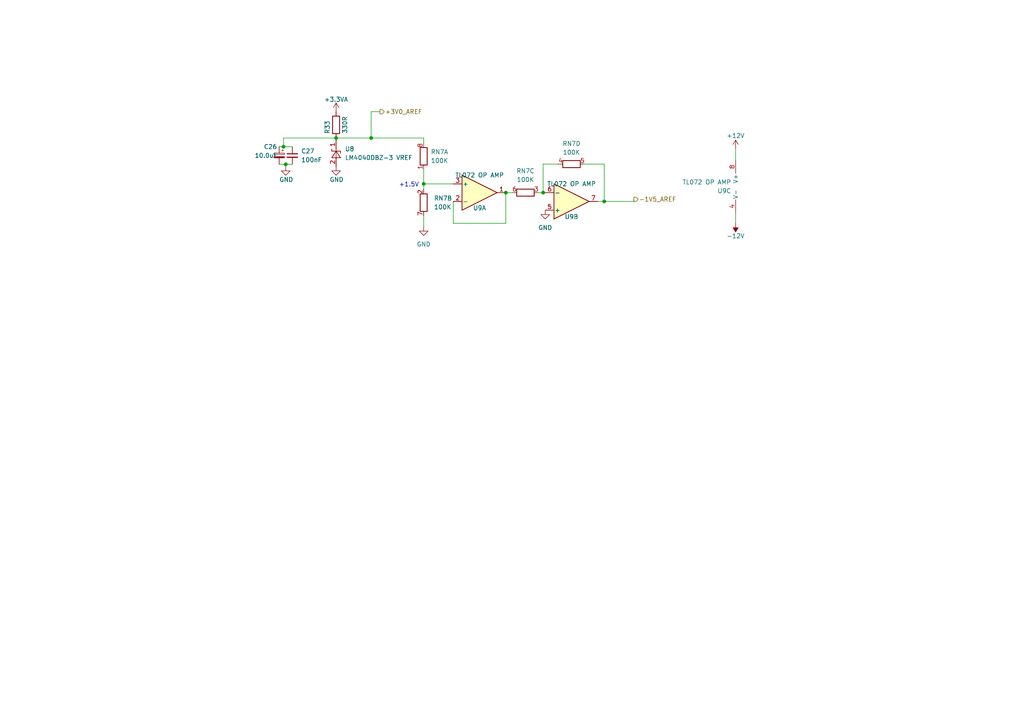
<source format=kicad_sch>
(kicad_sch (version 20211123) (generator eeschema)
  (paper "A4")
  (lib_symbols
    (symbol "Amplifier_Operational:TL072" (pin_names (offset 0.127))
      (property "Reference" "U" (at 0 5.08 0))
      (property "Value" "TL072" (at 0 -5.08 0))
      (symbol "TL072_1_1"
        (polyline (pts (xy -5.08 5.08) (xy 5.08 0) (xy -5.08 -5.08) (xy -5.08 5.08)) (stroke (width 0.254)) (fill (type background)))
        (pin output line (at 7.62 0 180) (length 2.54) (name "~") (number "1"))
        (pin input line (at -7.62 -2.54 0) (length 2.54) (name "-") (number "2"))
        (pin input line (at -7.62 2.54 0) (length 2.54) (name "+") (number "3"))
      )
      (symbol "TL072_2_1"
        (polyline (pts (xy -5.08 5.08) (xy 5.08 0) (xy -5.08 -5.08) (xy -5.08 5.08)) (stroke (width 0.254)) (fill (type background)))
        (pin input line (at -7.62 2.54 0) (length 2.54) (name "+") (number "5"))
        (pin input line (at -7.62 -2.54 0) (length 2.54) (name "-") (number "6"))
        (pin output line (at 7.62 0 180) (length 2.54) (name "~") (number "7"))
      )
      (symbol "TL072_3_1"
        (pin power_in line (at -2.54 -7.62 90) (length 3.81) (name "V-") (number "4"))
        (pin power_in line (at -2.54 7.62 270) (length 3.81) (name "V+") (number "8"))
      )
    )
    (symbol "Device:C_Polarized_Small" (pin_numbers hide) (pin_names (offset 0.254) hide)
      (property "Reference" "C" (at 0.254 1.778 0))
      (property "Value" "C_Polarized_Small" (at 0.254 -2.032 0))
      (symbol "C_Polarized_Small_0_1"
        (rectangle (start -1.524 -0.3048) (end 1.524 -0.6858) (fill (type outline)))
        (rectangle (start -1.524 0.6858) (end 1.524 0.3048))
        (polyline (pts (xy -1.27 1.524) (xy -0.762 1.524)))
        (polyline (pts (xy -1.016 1.27) (xy -1.016 1.778)))
      )
      (symbol "C_Polarized_Small_1_1"
        (pin passive line (at 0 2.54 270) (length 1.8542) (name "~") (number "1"))
        (pin passive line (at 0 -2.54 90) (length 1.8542) (name "~") (number "2"))
      )
    )
    (symbol "Device:C_Small" (pin_numbers hide) (pin_names (offset 0.254) hide)
      (property "Reference" "C" (at 0.254 1.778 0))
      (property "Value" "C_Small" (at 0.254 -2.032 0))
      (symbol "C_Small_0_1"
        (polyline (pts (xy -1.524 -0.508) (xy 1.524 -0.508)) (stroke (width 0.3302)))
        (polyline (pts (xy -1.524 0.508) (xy 1.524 0.508)) (stroke (width 0.3048)))
      )
      (symbol "C_Small_1_1"
        (pin passive line (at 0 2.54 270) (length 2.032) (name "~") (number "1"))
        (pin passive line (at 0 -2.54 90) (length 2.032) (name "~") (number "2"))
      )
    )
    (symbol "Device:R" (pin_numbers hide) (pin_names (offset 0))
      (property "Reference" "R" (at 2.032 0 90))
      (property "Value" "R" (at 0 0 90))
      (symbol "R_0_1"
        (rectangle (start -1.016 -2.54) (end 1.016 2.54) (stroke (width 0.254)))
      )
      (symbol "R_1_1"
        (pin passive line (at 0 3.81 270) (length 1.27) (name "~") (number "1"))
        (pin passive line (at 0 -3.81 90) (length 1.27) (name "~") (number "2"))
      )
    )
    (symbol "Device:R_Pack04_Split" (pin_names (offset 0) hide)
      (property "Reference" "RN" (at 2.032 0 90))
      (property "Value" "R_Pack04_Split" (at 0 0 90))
      (symbol "R_Pack04_Split_0_1"
        (rectangle (start 1.016 2.54) (end -1.016 -2.54) (stroke (width 0.254)))
      )
      (symbol "R_Pack04_Split_1_1"
        (pin passive line (at 0 -3.81 90) (length 1.27) (name "R1.1") (number "1"))
        (pin passive line (at 0 3.81 270) (length 1.27) (name "R1.2") (number "8"))
      )
      (symbol "R_Pack04_Split_2_1"
        (pin passive line (at 0 -3.81 90) (length 1.27) (name "R2.1") (number "2"))
        (pin passive line (at 0 3.81 270) (length 1.27) (name "R2.2") (number "7"))
      )
      (symbol "R_Pack04_Split_3_1"
        (pin passive line (at 0 -3.81 90) (length 1.27) (name "R3.1") (number "3"))
        (pin passive line (at 0 3.81 270) (length 1.27) (name "R3.2") (number "6"))
      )
      (symbol "R_Pack04_Split_4_1"
        (pin passive line (at 0 -3.81 90) (length 1.27) (name "R4.1") (number "4"))
        (pin passive line (at 0 3.81 270) (length 1.27) (name "R4.2") (number "5"))
      )
    )
    (symbol "Reference_Voltage:LM4040DBZ-3" (pin_names (offset 0.0254) hide)
      (property "Reference" "U" (at 0 2.54 0))
      (property "Value" "LM4040DBZ-3" (at 0 -3.175 0))
      (symbol "LM4040DBZ-3_0_1"
        (polyline (pts (xy -1.27 0) (xy 0 0) (xy 1.27 0)))
        (polyline (pts (xy -1.27 -1.27) (xy 0.635 0) (xy -1.27 1.27) (xy -1.27 -1.27)) (stroke (width 0.2032)))
        (polyline (pts (xy 0 -1.27) (xy 0.635 -1.27) (xy 0.635 1.27) (xy 1.27 1.27)) (stroke (width 0.2032)))
      )
      (symbol "LM4040DBZ-3_1_1"
        (pin passive line (at 3.81 0 180) (length 2.54) (name "K") (number "1"))
        (pin passive line (at -3.81 0 0) (length 2.54) (name "A") (number "2"))
      )
    )
    (symbol "power:+12V" (power) (pin_names (offset 0))
      (property "Value" "+12V" (at 0 3.556 0))
      (symbol "+12V_0_1"
        (polyline (pts (xy -0.762 1.27) (xy 0 2.54)))
        (polyline (pts (xy 0 0) (xy 0 2.54)))
        (polyline (pts (xy 0 2.54) (xy 0.762 1.27)))
      )
      (symbol "+12V_1_1"
        (pin power_in line (at 0 0 90) (length 0) hide (name "+12V") (number "1"))
      )
    )
    (symbol "power:+3.3VA" (power) (pin_names (offset 0))
      (property "Value" "+3.3VA" (at 0 3.556 0))
      (symbol "+3.3VA_0_1"
        (polyline (pts (xy -0.762 1.27) (xy 0 2.54)))
        (polyline (pts (xy 0 0) (xy 0 2.54)))
        (polyline (pts (xy 0 2.54) (xy 0.762 1.27)))
      )
      (symbol "+3.3VA_1_1"
        (pin power_in line (at 0 0 90) (length 0) hide (name "+3.3VA") (number "1"))
      )
    )
    (symbol "power:-12V" (power) (pin_names (offset 0))
      (property "Value" "-12V" (at 0 3.81 0))
      (symbol "-12V_0_0"
        (pin power_in line (at 0 0 90) (length 0) hide (name "-12V") (number "1"))
      )
      (symbol "-12V_0_1"
        (polyline (pts (xy 0 0) (xy 0 1.27) (xy 0.762 1.27) (xy 0 2.54) (xy -0.762 1.27) (xy 0 1.27)) (fill (type outline)))
      )
    )
    (symbol "power:GND" (power) (pin_names (offset 0))
      (property "Value" "GND" (at 0 -3.81 0))
      (symbol "GND_0_1"
        (polyline (pts (xy 0 0) (xy 0 -1.27) (xy 1.27 -1.27) (xy 0 -2.54) (xy -1.27 -1.27) (xy 0 -1.27)))
      )
      (symbol "GND_1_1"
        (pin power_in line (at 0 0 270) (length 0) hide (name "GND") (number "1"))
      )
    )
  )
  (junction (at 146.7104 55.88))
  (junction (at 107.6452 40.0304))
  (junction (at 175.26 58.42))
  (junction (at 82.8802 47.6504))
  (junction (at 157.5308 55.88))
  (junction (at 122.8852 53.34))
  (junction (at 82.2452 42.5704))
  (junction (at 97.4852 40.0304))
  (wire (pts (xy 122.8852 49.149) (xy 122.8852 53.34)))
  (wire (pts (xy 107.6452 40.0304) (xy 122.8852 40.0304)))
  (wire (pts (xy 175.26 58.42) (xy 183.8452 58.42)))
  (wire (pts (xy 146.7104 64.77) (xy 146.7104 55.88)))
  (wire (pts (xy 110.1852 32.4104) (xy 107.6452 32.4104)))
  (wire (pts (xy 82.2452 40.0304) (xy 97.4852 40.0304)))
  (wire (pts (xy 80.9752 42.5704) (xy 82.2452 42.5704)))
  (wire (pts (xy 146.7104 55.88) (xy 148.59 55.88)))
  (wire (pts (xy 213.36 43.18) (xy 213.36 46.482)))
  (wire (pts (xy 82.2452 42.5704) (xy 84.7852 42.5704)))
  (wire (pts (xy 82.2452 42.5704) (xy 82.2452 40.0304)))
  (wire (pts (xy 131.4704 64.77) (xy 146.7104 64.77)))
  (wire (pts (xy 213.36 61.722) (xy 213.36 64.77)))
  (wire (pts (xy 80.9752 47.6504) (xy 82.8802 47.6504)))
  (wire (pts (xy 122.8852 53.34) (xy 131.4704 53.34)))
  (wire (pts (xy 122.8852 40.0304) (xy 122.8852 41.529)))
  (wire (pts (xy 183.8452 57.8104) (xy 183.8452 58.42)))
  (wire (pts (xy 175.26 47.5996) (xy 175.26 58.42)))
  (wire (pts (xy 97.4852 40.0304) (xy 97.4852 40.6654)))
  (wire (pts (xy 173.3804 58.42) (xy 175.26 58.42)))
  (wire (pts (xy 97.4852 40.0304) (xy 107.6452 40.0304)))
  (wire (pts (xy 131.4704 58.42) (xy 131.4704 64.77)))
  (wire (pts (xy 107.6452 32.4104) (xy 107.6452 40.0304)))
  (wire (pts (xy 169.5704 47.5996) (xy 175.26 47.5996)))
  (wire (pts (xy 157.5308 55.88) (xy 158.1404 55.88)))
  (wire (pts (xy 82.8802 47.6504) (xy 84.7852 47.6504)))
  (wire (pts (xy 157.5308 47.5996) (xy 161.9504 47.5996)))
  (wire (pts (xy 156.21 55.88) (xy 157.5308 55.88)))
  (wire (pts (xy 122.8852 62.5856) (xy 122.8852 65.7606)))
  (wire (pts (xy 122.8852 53.34) (xy 122.8852 54.9656)))
  (wire (pts (xy 157.5308 47.5996) (xy 157.5308 55.88)))
  (wire (pts (xy 82.8802 47.6504) (xy 82.8802 48.2854)))
  (text "+1.5V" (at 115.6716 54.4068 0) (effects (font (size 1.27 1.27)) (justify left bottom)))
  (hierarchical_label "-1V5_AREF" (shape output) (at 183.8452 57.8104 0))
  (hierarchical_label "+3V0_AREF" (shape output) (at 110.1852 32.4104 0))
  (symbol (lib_id "Device:R_Pack04_Split") (at 122.8852 58.7756 180) (unit 2)
    (property "Reference" "RN7" (at 125.8316 57.5055 0) (effects (justify right)))
    (property "Value" "100K" (at 125.8316 60.0455 0) (effects (justify right)))
    (property "Footprint" "Resistor_SMD:R_Array_Convex_4x0402" (effects hide))
    (property "Datasheet" "https://datasheet.lcsc.com/lcsc/1811141451_YAGEO-YC124-FR-07100KL_C326786.pdf" (effects hide))
    (property "mfg#" "YC124-FR-07100KL" (effects hide))
    (property "lcsc#" "C326786" (effects hide))
  )
  (symbol (lib_id "power:+12V") (at 213.36 43.18 0) (unit 1)
    (property "Reference" "#PWR096" (effects hide))
    (property "Value" "+12V" (at 210.693 39.37 0) (effects (justify left)))
  )
  (symbol (lib_id "Device:R") (at 97.4852 36.2204 180) (unit 1)
    (property "Reference" "R33" (at 94.9452 34.9504 90) (effects (justify left)))
    (property "Value" "330R" (at 100.0252 33.6804 90) (effects (justify left)))
    (property "Footprint" "Resistor_SMD:R_0603_1608Metric" (effects hide))
    (property "Datasheet" "https://datasheet.lcsc.com/lcsc/1810182020_YAGEO-RC0603FR-071KL_C22548.pdf" (effects hide))
    (property "lcsc#" "C105881" (effects hide))
    (property "mfg#" "RC0603FR-07330RL" (effects hide))
  )
  (symbol (lib_id "power:GND") (at 158.1404 60.96 0) (unit 1)
    (property "Reference" "#PWR099" (effects hide))
    (property "Value" "GND" (at 158.1404 66.04 0))
  )
  (symbol (lib_id "Reference_Voltage:LM4040DBZ-3") (at 97.4852 44.4754 90) (unit 1)
    (property "Reference" "U8" (at 100.0252 43.2053 90) (effects (justify right)))
    (property "Value" "LM4040DBZ-3 VREF" (at 100.0252 45.7453 90) (effects (justify right)))
    (property "Footprint" "Package_TO_SOT_SMD:SOT-23" (effects hide))
    (property "Datasheet" "http://www.ti.com/lit/ds/symlink/lm4040-n.pdf" (effects hide))
    (property "dig#" "LM4040BIM3-3.0/NOPB" (effects hide))
    (property "mfg#" "LM4040BIM3-3.0/NOPB" (effects hide))
    (property "lcsc#" "C139380" (effects hide))
  )
  (symbol (lib_id "power:GND") (at 97.4852 48.2854 0) (unit 1)
    (property "Reference" "#PWR098" (effects hide))
    (property "Value" "GND" (at 95.5802 52.0954 0) (effects (justify left)))
  )
  (symbol (lib_id "power:GND") (at 82.8802 48.2854 0) (unit 1)
    (property "Reference" "#PWR097" (effects hide))
    (property "Value" "GND" (at 80.9752 52.0954 0) (effects (justify left)))
  )
  (symbol (lib_id "Device:R_Pack04_Split") (at 165.7604 47.5996 270) (unit 4)
    (property "Reference" "RN7" (at 165.7604 41.656 90))
    (property "Value" "100K" (at 165.7604 44.196 90))
    (property "Footprint" "Resistor_SMD:R_Array_Convex_4x0402" (effects hide))
    (property "Datasheet" "https://datasheet.lcsc.com/lcsc/1811141451_YAGEO-YC124-FR-07100KL_C326786.pdf" (effects hide))
    (property "mfg#" "YC124-FR-07100KL" (effects hide))
    (property "lcsc#" "C326786" (effects hide))
  )
  (symbol (lib_id "power:+3.3VA") (at 97.4852 32.4104 0) (unit 1)
    (property "Reference" "#PWR095" (effects hide))
    (property "Value" "+3.3VA" (at 97.4852 28.8544 0))
  )
  (symbol (lib_id "power:GND") (at 122.8852 65.7606 0) (unit 1)
    (property "Reference" "#PWR0101" (effects hide))
    (property "Value" "GND" (at 122.8852 70.8406 0))
  )
  (symbol (lib_id "Amplifier_Operational:TL072") (at 165.7604 58.42 0) (mirror x) (unit 2)
    (property "Reference" "U9" (at 165.7604 62.865 0))
    (property "Value" "TL072 OP AMP" (at 165.7604 53.34 0))
    (property "Footprint" "Package_SO:SOIC-8_3.9x4.9mm_P1.27mm" (effects hide))
    (property "Datasheet" "https://www.st.com/content/ccc/resource/technical/document/datasheet/bb/4d/19/24/7d/40/48/a6/CD00000490.pdf/files/CD00000490.pdf/jcr:content/translations/en.CD00000490.pdf" (effects hide))
    (property "dig#" "497-2200-1-ND" (effects hide))
    (property "mfg#" "TL072CDT" (effects hide))
    (property "lcsc#" "C6961" (effects hide))
  )
  (symbol (lib_id "Device:R_Pack04_Split") (at 152.4 55.88 90) (unit 3)
    (property "Reference" "RN7" (at 152.4 49.5808 90))
    (property "Value" "100K" (at 152.4 52.1208 90))
    (property "Footprint" "Resistor_SMD:R_Array_Convex_4x0402" (effects hide))
    (property "Datasheet" "https://datasheet.lcsc.com/lcsc/1811141451_YAGEO-YC124-FR-07100KL_C326786.pdf" (effects hide))
    (property "mfg#" "YC124-FR-07100KL" (effects hide))
    (property "lcsc#" "C326786" (effects hide))
  )
  (symbol (lib_id "power:-12V") (at 213.36 64.77 180) (unit 1)
    (property "Reference" "#PWR0100" (effects hide))
    (property "Value" "-12V" (at 210.693 68.453 0) (effects (justify right)))
  )
  (symbol (lib_id "Amplifier_Operational:TL072") (at 139.0904 55.88 0) (unit 1)
    (property "Reference" "U9" (at 139.0904 60.325 0))
    (property "Value" "TL072 OP AMP" (at 139.0904 50.8 0))
    (property "Footprint" "Package_SO:SOIC-8_3.9x4.9mm_P1.27mm" (effects hide))
    (property "Datasheet" "https://www.st.com/content/ccc/resource/technical/document/datasheet/bb/4d/19/24/7d/40/48/a6/CD00000490.pdf/files/CD00000490.pdf/jcr:content/translations/en.CD00000490.pdf" (effects hide))
    (property "dig#" "497-2200-1-ND" (effects hide))
    (property "mfg#" "TL072CDT" (effects hide))
    (property "lcsc#" "C6961" (effects hide))
  )
  (symbol (lib_id "Device:C_Small") (at 84.7852 45.1104 0) (unit 1)
    (property "Reference" "C27" (at 87.3252 43.8466 0) (effects (justify left)))
    (property "Value" "100nF" (at 87.3252 46.3866 0) (effects (justify left)))
    (property "Footprint" "Capacitor_SMD:C_0603_1608Metric" (effects hide))
    (property "Datasheet" "https://datasheet.lcsc.com/lcsc/1912111437_TDK-C1608X7R1E104KT000N_C338036.pdf" (effects hide))
    (property "lcsc#" "C338036" (effects hide))
    (property "mfg#" "C1608X7R1E104KT000N" (effects hide))
  )
  (symbol (lib_id "Device:C_Polarized_Small") (at 80.9752 45.1104 0) (mirror y) (unit 1)
    (property "Reference" "C26" (at 78.4352 42.5704 0))
    (property "Value" "10.0uF" (at 77.1652 45.1104 0))
    (property "Footprint" "Capacitor_Tantalum_SMD:CP_EIA-3216-10_Kemet-I" (effects hide))
    (property "Datasheet" "https://datasheet.lcsc.com/lcsc/1810252220_KEMET-T491A106K016AT_C110055.pdf" (effects hide))
    (property "dig#" "399-18019-1-ND" (effects hide))
    (property "mfg#" "T491A106K016AT" (effects hide))
    (property "lcsc#" "C110055" (effects hide))
  )
  (symbol (lib_id "Device:R_Pack04_Split") (at 122.8852 45.339 0) (unit 1)
    (property "Reference" "RN7" (at 124.9172 44.0689 0) (effects (justify left)))
    (property "Value" "100K" (at 124.9172 46.6089 0) (effects (justify left)))
    (property "Footprint" "Resistor_SMD:R_Array_Convex_4x0402" (effects hide))
    (property "Datasheet" "https://datasheet.lcsc.com/lcsc/1811141451_YAGEO-YC124-FR-07100KL_C326786.pdf" (effects hide))
    (property "mfg#" "YC124-FR-07100KL" (effects hide))
    (property "lcsc#" "C326786" (effects hide))
  )
  (symbol (lib_id "Amplifier_Operational:TL072") (at 215.9 54.102 0) (unit 3)
    (property "Reference" "U9" (at 212.09 55.3721 0) (effects (justify right)))
    (property "Value" "TL072 OP AMP" (at 212.09 52.8321 0) (effects (justify right)))
    (property "Footprint" "Package_SO:SOIC-8_3.9x4.9mm_P1.27mm" (effects hide))
    (property "Datasheet" "https://www.st.com/content/ccc/resource/technical/document/datasheet/bb/4d/19/24/7d/40/48/a6/CD00000490.pdf/files/CD00000490.pdf/jcr:content/translations/en.CD00000490.pdf" (effects hide))
    (property "dig#" "497-2200-1-ND" (effects hide))
    (property "mfg#" "TL072CDT" (effects hide))
    (property "lcsc#" "C6961" (effects hide))
  )
)
</source>
